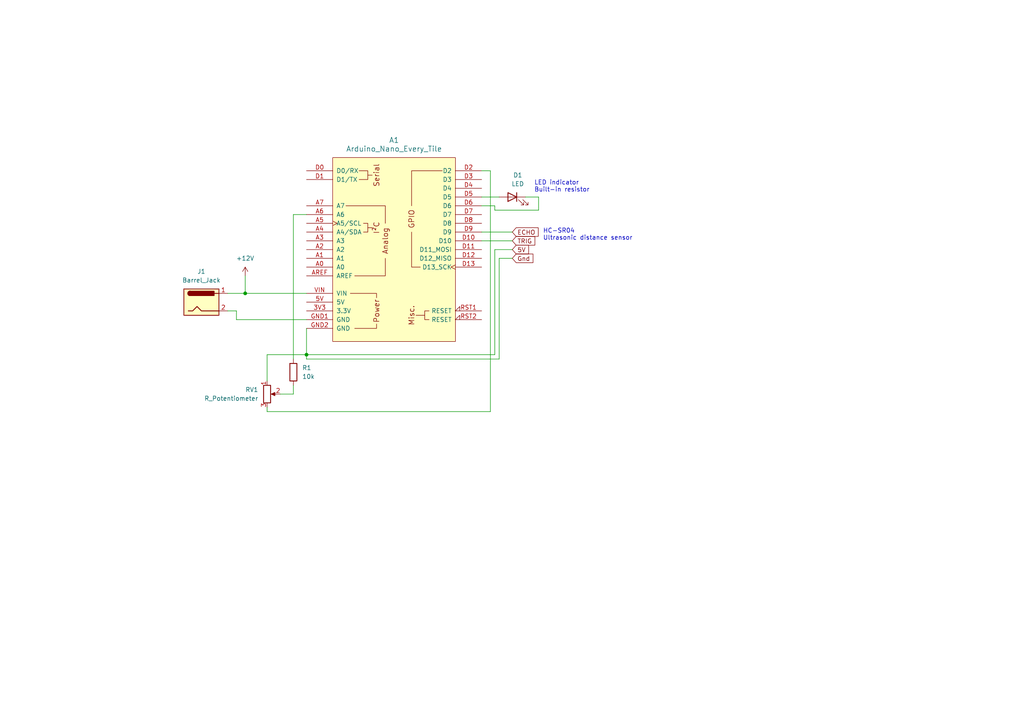
<source format=kicad_sch>
(kicad_sch (version 20230121) (generator eeschema)
  (paper "A4")
  (title_block (title "LiDAR sensor") (date "2024-12-01") (rev "1"))
  (lib_symbols
    (symbol "Arduino Modules:Arduino_Nano_Every_Tile" (pin_names (offset 1.016))
      (property "Reference" "A" (at 0 33.02 0))
      (property "Value" "Arduino_Nano_Every_Tile" (at 0 29.21 0))
      (symbol "Arduino_Nano_Every_Tile_0_0"
        (rectangle (start -17.78 26.67) (end 17.78 -26.67) (fill (type background)))
        (polyline (pts (xy -7.62 6.35) (xy -6.35 6.35)))
        (polyline (pts (xy -7.62 21.59) (xy -6.35 21.59)))
        (polyline (pts (xy 8.89 -19.05) (xy 6.35 -19.05)))
        (polyline (pts (xy -11.43 -22.86) (xy -5.08 -22.86) (xy -5.08 -21.59)))
        (polyline (pts (xy -5.08 -13.97) (xy -5.08 -12.7) (xy -12.7 -12.7)))
        (polyline (pts (xy -10.16 22.86) (xy -7.62 22.86) (xy -7.62 20.32) (xy -10.16 20.32)))
        (polyline (pts (xy -8.89 7.62) (xy -7.62 7.62) (xy -7.62 5.08) (xy -8.89 5.08)))
        (text "Analog" (at -2.54 2.54 900) (effects (font (size 1.524 1.524))))
        (text "I²C" (at -5.08 6.35 900) (effects (font (size 1.524 1.524))))
        (text "Misc." (at 5.08 -19.05 900) (effects (font (size 1.524 1.524))))
        (text "Power" (at -5.08 -17.78 900) (effects (font (size 1.524 1.524))))
        (text "Serial" (at -5.08 21.59 900) (effects (font (size 1.524 1.524))))
      )
      (symbol "Arduino_Nano_Every_Tile_0_1"
        (polyline (pts (xy -13.97 12.7) (xy -2.54 12.7) (xy -2.54 7.62)))
        (polyline (pts (xy -11.43 -7.62) (xy -2.54 -7.62) (xy -2.54 -2.54)))
        (polyline (pts (xy 7.62 -5.08) (xy 5.08 -5.08) (xy 5.08 5.08)))
        (polyline (pts (xy 13.97 22.86) (xy 5.08 22.86) (xy 5.08 12.7)))
        (polyline (pts (xy 10.16 -17.78) (xy 8.89 -17.78) (xy 8.89 -20.32) (xy 10.16 -20.32)))
      )
      (symbol "Arduino_Nano_Every_Tile_1_0"
        (text "GPIO" (at 5.08 8.89 900) (effects (font (size 1.524 1.524))))
      )
      (symbol "Arduino_Nano_Every_Tile_1_1"
        (pin power_out line (at -25.4 -17.78 0) (length 7.62) (name "3.3V") (number "3V3"))
        (pin power_in line (at -25.4 -15.24 0) (length 7.62) (name "5V") (number "5V"))
        (pin bidirectional line (at -25.4 -5.08 0) (length 7.62) (name "A0") (number "A0"))
        (pin bidirectional line (at -25.4 -2.54 0) (length 7.62) (name "A1") (number "A1"))
        (pin bidirectional line (at -25.4 0 0) (length 7.62) (name "A2") (number "A2"))
        (pin bidirectional line (at -25.4 2.54 0) (length 7.62) (name "A3") (number "A3"))
        (pin bidirectional line (at -25.4 5.08 0) (length 7.62) (name "A4/SDA") (number "A4"))
        (pin bidirectional clock (at -25.4 7.62 0) (length 7.62) (name "A5/SCL") (number "A5"))
        (pin input line (at -25.4 10.16 0) (length 7.62) (name "A6") (number "A6"))
        (pin input line (at -25.4 12.7 0) (length 7.62) (name "A7") (number "A7"))
        (pin input line (at -25.4 -7.62 0) (length 7.62) (name "AREF") (number "AREF"))
        (pin bidirectional line (at -25.4 22.86 0) (length 7.62) (name "D0/RX") (number "D0"))
        (pin bidirectional line (at -25.4 20.32 0) (length 7.62) (name "D1/TX") (number "D1"))
        (pin bidirectional line (at 25.4 2.54 180) (length 7.62) (name "D10") (number "D10"))
        (pin bidirectional line (at 25.4 0 180) (length 7.62) (name "D11_MOSI") (number "D11"))
        (pin bidirectional line (at 25.4 -2.54 180) (length 7.62) (name "D12_MISO") (number "D12"))
        (pin bidirectional clock (at 25.4 -5.08 180) (length 7.62) (name "D13_SCK") (number "D13"))
        (pin bidirectional line (at 25.4 22.86 180) (length 7.62) (name "D2") (number "D2"))
        (pin bidirectional line (at 25.4 20.32 180) (length 7.62) (name "D3") (number "D3"))
        (pin bidirectional line (at 25.4 17.78 180) (length 7.62) (name "D4") (number "D4"))
        (pin bidirectional line (at 25.4 15.24 180) (length 7.62) (name "D5") (number "D5"))
        (pin bidirectional line (at 25.4 12.7 180) (length 7.62) (name "D6") (number "D6"))
        (pin bidirectional line (at 25.4 10.16 180) (length 7.62) (name "D7") (number "D7"))
        (pin bidirectional line (at 25.4 7.62 180) (length 7.62) (name "D8") (number "D8"))
        (pin bidirectional line (at 25.4 5.08 180) (length 7.62) (name "D9") (number "D9"))
        (pin power_in line (at -25.4 -20.32 0) (length 7.62) (name "GND") (number "GND1"))
        (pin power_in line (at -25.4 -22.86 0) (length 7.62) (name "GND") (number "GND2"))
        (pin open_collector input_low (at 25.4 -17.78 180) (length 7.62) (name "RESET") (number "RST1"))
        (pin open_collector input_low (at 25.4 -20.32 180) (length 7.62) (name "RESET") (number "RST2"))
        (pin power_in line (at -25.4 -12.7 0) (length 7.62) (name "VIN") (number "VIN"))
      )
    )
    (symbol "Connector:Barrel_Jack" (pin_names (offset 1.016))
      (property "Reference" "J" (at 0 5.334 0))
      (property "Value" "Barrel_Jack" (at 0 -5.08 0))
      (symbol "Barrel_Jack_0_1"
        (rectangle (start -5.08 3.81) (end 5.08 -3.81) (stroke (width 0.254)) (fill (type background)))
        (arc (start -3.302 3.175) (mid -3.9343 2.54) (end -3.302 1.905) (stroke (width 0.254)))
        (arc (start -3.302 3.175) (mid -3.9343 2.54) (end -3.302 1.905) (stroke (width 0.254)) (fill (type outline)))
        (polyline (pts (xy 5.08 2.54) (xy 3.81 2.54)) (stroke (width 0.254)))
        (polyline (pts (xy -3.81 -2.54) (xy -2.54 -2.54) (xy -1.27 -1.27) (xy 0 -2.54) (xy 2.54 -2.54) (xy 5.08 -2.54)) (stroke (width 0.254)))
        (rectangle (start 3.683 3.175) (end -3.302 1.905) (stroke (width 0.254)) (fill (type outline)))
      )
      (symbol "Barrel_Jack_1_1"
        (pin passive line (at 7.62 2.54 180) (length 2.54) (name "~") (number "1"))
        (pin passive line (at 7.62 -2.54 180) (length 2.54) (name "~") (number "2"))
      )
    )
    (symbol "Device:LED" (pin_numbers hide) (pin_names (offset 1.016) hide)
      (property "Reference" "D" (at 0 2.54 0))
      (property "Value" "LED" (at 0 -2.54 0))
      (symbol "LED_0_1"
        (polyline (pts (xy -1.27 -1.27) (xy -1.27 1.27)) (stroke (width 0.254)))
        (polyline (pts (xy -1.27 0) (xy 1.27 0)))
        (polyline (pts (xy 1.27 -1.27) (xy 1.27 1.27) (xy -1.27 0) (xy 1.27 -1.27)) (stroke (width 0.254)))
        (polyline (pts (xy -3.048 -0.762) (xy -4.572 -2.286) (xy -3.81 -2.286) (xy -4.572 -2.286) (xy -4.572 -1.524)))
        (polyline (pts (xy -1.778 -0.762) (xy -3.302 -2.286) (xy -2.54 -2.286) (xy -3.302 -2.286) (xy -3.302 -1.524)))
      )
      (symbol "LED_1_1"
        (pin passive line (at -3.81 0 0) (length 2.54) (name "K") (number "1"))
        (pin passive line (at 3.81 0 180) (length 2.54) (name "A") (number "2"))
      )
    )
    (symbol "Device:R" (pin_numbers hide) (pin_names (offset 0))
      (property "Reference" "R" (at 2.032 0 90))
      (property "Value" "R" (at 0 0 90))
      (symbol "R_0_1"
        (rectangle (start -1.016 -2.54) (end 1.016 2.54) (stroke (width 0.254)))
      )
      (symbol "R_1_1"
        (pin passive line (at 0 3.81 270) (length 1.27) (name "~") (number "1"))
        (pin passive line (at 0 -3.81 90) (length 1.27) (name "~") (number "2"))
      )
    )
    (symbol "Device:R_Potentiometer" (pin_names (offset 1.016) hide)
      (property "Reference" "RV" (at -4.445 0 90))
      (property "Value" "R_Potentiometer" (at -2.54 0 90))
      (symbol "R_Potentiometer_0_1"
        (polyline (pts (xy 2.54 0) (xy 1.524 0)))
        (polyline (pts (xy 1.143 0) (xy 2.286 0.508) (xy 2.286 -0.508) (xy 1.143 0)) (fill (type outline)))
        (rectangle (start 1.016 2.54) (end -1.016 -2.54) (stroke (width 0.254)))
      )
      (symbol "R_Potentiometer_1_1"
        (pin passive line (at 0 3.81 270) (length 1.27) (name "1") (number "1"))
        (pin passive line (at 3.81 0 180) (length 1.27) (name "2") (number "2"))
        (pin passive line (at 0 -3.81 90) (length 1.27) (name "3") (number "3"))
      )
    )
    (symbol "power:+12V" (power) (pin_names (offset 0))
      (property "Value" "+12V" (at 0 3.556 0))
      (symbol "+12V_0_1"
        (polyline (pts (xy -0.762 1.27) (xy 0 2.54)))
        (polyline (pts (xy 0 0) (xy 0 2.54)))
        (polyline (pts (xy 0 2.54) (xy 0.762 1.27)))
      )
      (symbol "+12V_1_1"
        (pin power_in line (at 0 0 90) (length 0) hide (name "+12V") (number "1"))
      )
    )
  )
  (junction (at 88.9 102.87))
  (junction (at 71.12 85.09))
  (wire (pts (xy 88.9 102.87) (xy 88.9 95.25)))
  (wire (pts (xy 139.7 49.53) (xy 142.24 49.53)))
  (wire (pts (xy 156.21 57.15) (xy 156.21 60.96)))
  (wire (pts (xy 143.51 72.39) (xy 143.51 102.87)))
  (wire (pts (xy 77.47 102.87) (xy 88.9 102.87)))
  (wire (pts (xy 66.04 85.09) (xy 71.12 85.09)))
  (wire (pts (xy 71.12 85.09) (xy 88.9 85.09)))
  (wire (pts (xy 88.9 104.14) (xy 88.9 102.87)))
  (wire (pts (xy 152.4 57.15) (xy 156.21 57.15)))
  (wire (pts (xy 77.47 102.87) (xy 77.47 110.49)))
  (wire (pts (xy 88.9 102.87) (xy 143.51 102.87)))
  (wire (pts (xy 139.7 69.85) (xy 148.59 69.85)))
  (wire (pts (xy 77.47 118.11) (xy 77.47 119.38)))
  (wire (pts (xy 139.7 59.69) (xy 143.51 59.69)))
  (wire (pts (xy 148.59 72.39) (xy 143.51 72.39)))
  (wire (pts (xy 88.9 104.14) (xy 144.78 104.14)))
  (wire (pts (xy 66.04 90.17) (xy 68.58 90.17)))
  (wire (pts (xy 156.21 60.96) (xy 143.51 60.96)))
  (wire (pts (xy 139.7 67.31) (xy 148.59 67.31)))
  (wire (pts (xy 71.12 80.01) (xy 71.12 85.09)))
  (wire (pts (xy 142.24 49.53) (xy 142.24 119.38)))
  (wire (pts (xy 143.51 60.96) (xy 143.51 59.69)))
  (wire (pts (xy 85.09 111.76) (xy 85.09 114.3)))
  (wire (pts (xy 144.78 74.93) (xy 144.78 104.14)))
  (wire (pts (xy 81.28 114.3) (xy 85.09 114.3)))
  (wire (pts (xy 85.09 62.23) (xy 88.9 62.23)))
  (wire (pts (xy 85.09 104.14) (xy 85.09 62.23)))
  (wire (pts (xy 77.47 119.38) (xy 142.24 119.38)))
  (wire (pts (xy 68.58 90.17) (xy 68.58 92.71)))
  (wire (pts (xy 68.58 92.71) (xy 88.9 92.71)))
  (wire (pts (xy 148.59 74.93) (xy 144.78 74.93)))
  (wire (pts (xy 139.7 57.15) (xy 144.78 57.15)))
  (text "LED indicator\nBuilt-in resistor" (at 154.94 55.88 0) (effects (font (size 1.27 1.27)) (justify left bottom)))
  (text "HC-SR04\nUltrasonic distance sensor" (at 157.48 69.85 0) (effects (font (size 1.27 1.27)) (justify left bottom)))
  (global_label "Gnd" (shape input) (at 148.59 74.93 0) (property "Intersheetrefs" "${INTERSHEET_REFS}" (effects hide)))
  (global_label "ECHO" (shape input) (at 148.59 67.31 0) (property "Intersheetrefs" "${INTERSHEET_REFS}" (effects hide)))
  (global_label "TRIG" (shape input) (at 148.59 69.85 0) (property "Intersheetrefs" "${INTERSHEET_REFS}" (effects hide)))
  (global_label "5V" (shape input) (at 148.59 72.39 0) (property "Intersheetrefs" "${INTERSHEET_REFS}" (effects hide)))
  (symbol (lib_id "Device:LED") (at 148.59 57.15 0) (mirror y) (unit 1)
    (property "Reference" "D1" (at 150.1775 50.8 0))
    (property "Value" "LED" (at 150.1775 53.34 0))
  )
  (symbol (lib_id "Device:R_Potentiometer") (at 77.47 114.3 0) (unit 1)
    (property "Reference" "RV1" (at 74.93 113.03 0) (effects (justify right)))
    (property "Value" "R_Potentiometer" (at 74.93 115.57 0) (effects (justify right)))
  )
  (symbol (lib_id "Arduino Modules:Arduino_Nano_Every_Tile") (at 114.3 72.39 0) (unit 1)
    (property "Reference" "A1" (at 114.3 40.64 0) (effects (font (size 1.524 1.524))))
    (property "Value" "Arduino_Nano_Every_Tile" (at 114.3 43.18 0) (effects (font (size 1.524 1.524))))
    (property "Footprint" "PCM_arduino-library:Arduino_Nano_Every_Tile" (effects hide))
    (property "Datasheet" "https://docs.arduino.cc/hardware/nano-every" (effects hide))
  )
  (symbol (lib_id "power:+12V") (at 71.12 80.01 0) (unit 1)
    (property "Reference" "#PWR01" (effects hide))
    (property "Value" "+12V" (at 71.12 74.93 0))
  )
  (symbol (lib_id "Device:R") (at 85.09 107.95 0) (unit 1)
    (property "Reference" "R1" (at 87.63 106.68 0) (effects (justify left)))
    (property "Value" "10k" (at 87.63 109.22 0) (effects (justify left)))
  )
  (symbol (lib_id "Connector:Barrel_Jack") (at 58.42 87.63 0) (unit 1)
    (property "Reference" "J1" (at 58.42 78.74 0))
    (property "Value" "Barrel_Jack" (at 58.42 81.28 0))
  )
)
</source>
